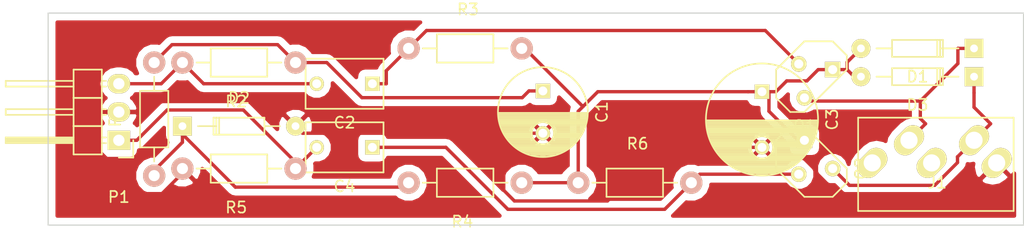
<source format=kicad_pcb>
(kicad_pcb (version 4) (host pcbnew "(after 2015-mar-04 BZR unknown)-product")

  (general
    (links 28)
    (no_connects 0)
    (area 151.714999 99.009999 239.445001 118.160001)
    (thickness 1.6)
    (drawings 4)
    (tracks 103)
    (zones 0)
    (modules 17)
    (nets 11)
  )

  (page A4)
  (layers
    (0 F.Cu signal)
    (31 B.Cu signal hide)
    (33 F.Adhes user hide)
    (35 F.Paste user hide)
    (37 F.SilkS user)
    (39 F.Mask user hide)
    (40 Dwgs.User user hide)
    (41 Cmts.User user hide)
    (42 Eco1.User user hide)
    (43 Eco2.User user hide)
    (44 Edge.Cuts user)
    (45 Margin user hide)
    (47 F.CrtYd user hide)
    (49 F.Fab user hide)
  )

  (setup
    (last_trace_width 0.3)
    (user_trace_width 0.25)
    (user_trace_width 0.5)
    (user_trace_width 0.75)
    (trace_clearance 0.45)
    (zone_clearance 0.608)
    (zone_45_only no)
    (trace_min 0.3)
    (segment_width 0.2)
    (edge_width 0.1)
    (via_size 0.6)
    (via_drill 0.4)
    (via_min_size 0.4)
    (via_min_drill 0.3)
    (uvia_size 0.3)
    (uvia_drill 0.1)
    (uvias_allowed no)
    (uvia_min_size 0.2)
    (uvia_min_drill 0.1)
    (pcb_text_width 0.3)
    (pcb_text_size 1.5 1.5)
    (mod_edge_width 0.15)
    (mod_text_size 1 1)
    (mod_text_width 0.15)
    (pad_size 1.5 1.5)
    (pad_drill 0.6)
    (pad_to_mask_clearance 0)
    (aux_axis_origin 0 0)
    (visible_elements FFFFFF1F)
    (pcbplotparams
      (layerselection 0x01000_00000001)
      (usegerberextensions false)
      (excludeedgelayer true)
      (linewidth 0.100000)
      (plotframeref false)
      (viasonmask false)
      (mode 1)
      (useauxorigin false)
      (hpglpennumber 1)
      (hpglpenspeed 20)
      (hpglpendiameter 15)
      (hpglpenoverlay 2)
      (psnegative false)
      (psa4output false)
      (plotreference true)
      (plotvalue true)
      (plotinvisibletext false)
      (padsonsilk false)
      (subtractmaskfromsilk false)
      (outputformat 1)
      (mirror false)
      (drillshape 0)
      (scaleselection 1)
      (outputdirectory ""))
  )

  (net 0 "")
  (net 1 "Net-(C1-Pad1)")
  (net 2 "Net-(C2-Pad1)")
  (net 3 CDRN)
  (net 4 "Net-(C3-Pad1)")
  (net 5 "Net-(C4-Pad1)")
  (net 6 CSRC)
  (net 7 XLR3)
  (net 8 "Net-(D2-Pad2)")
  (net 9 XLR2)
  (net 10 CGND)

  (net_class Default "This is the default net class."
    (clearance 0.45)
    (trace_width 0.3)
    (via_dia 0.6)
    (via_drill 0.4)
    (uvia_dia 0.3)
    (uvia_drill 0.1)
    (add_net CDRN)
    (add_net CGND)
    (add_net CSRC)
    (add_net "Net-(C1-Pad1)")
    (add_net "Net-(C2-Pad1)")
    (add_net "Net-(C3-Pad1)")
    (add_net "Net-(C4-Pad1)")
    (add_net "Net-(D2-Pad2)")
    (add_net XLR2)
    (add_net XLR3)
  )

  (net_class Medium ""
    (clearance 0.4)
    (trace_width 0.5)
    (via_dia 0.6)
    (via_drill 0.4)
    (uvia_dia 0.3)
    (uvia_drill 0.1)
  )

  (module Discret:TO92 (layer F.Cu) (tedit 0) (tstamp 57167CF5)
    (at 220.98 111.76 90)
    (descr "Transistor TO92 brochage type BC237")
    (tags "TR TO92")
    (path /57166F96)
    (fp_text reference Q2 (at -1.27 3.81 90) (layer F.SilkS)
      (effects (font (size 1 1) (thickness 0.15)))
    )
    (fp_text value BC559 (at -1.27 -5.08 90) (layer F.Fab)
      (effects (font (size 1 1) (thickness 0.15)))
    )
    (fp_line (start -1.27 2.54) (end 2.54 -1.27) (layer F.SilkS) (width 0.15))
    (fp_line (start 2.54 -1.27) (end 2.54 -2.54) (layer F.SilkS) (width 0.15))
    (fp_line (start 2.54 -2.54) (end 1.27 -3.81) (layer F.SilkS) (width 0.15))
    (fp_line (start 1.27 -3.81) (end -1.27 -3.81) (layer F.SilkS) (width 0.15))
    (fp_line (start -1.27 -3.81) (end -3.81 -1.27) (layer F.SilkS) (width 0.15))
    (fp_line (start -3.81 -1.27) (end -3.81 1.27) (layer F.SilkS) (width 0.15))
    (fp_line (start -3.81 1.27) (end -2.54 2.54) (layer F.SilkS) (width 0.15))
    (fp_line (start -2.54 2.54) (end -1.27 2.54) (layer F.SilkS) (width 0.15))
    (pad 1 thru_hole rect (at 1.27 -1.27 90) (size 1.397 1.397) (drill 0.8128) (layers *.Cu *.Mask F.SilkS)
      (net 4 "Net-(C3-Pad1)"))
    (pad 2 thru_hole circle (at -1.778 -1.778 90) (size 1.397 1.397) (drill 0.8128) (layers *.Cu *.Mask F.SilkS)
      (net 5 "Net-(C4-Pad1)"))
    (pad 3 thru_hole circle (at -1.27 1.27 90) (size 1.397 1.397) (drill 0.8128) (layers *.Cu *.Mask F.SilkS)
      (net 9 XLR2))
    (model Discret.3dshapes/TO92.wrl
      (at (xyz 0 0 0))
      (scale (xyz 1 1 1))
      (rotate (xyz 0 0 0))
    )
  )

  (module Discret:TO92 (layer F.Cu) (tedit 5759057A) (tstamp 57167CEE)
    (at 220.98 105.41)
    (descr "Transistor TO92 brochage type BC237")
    (tags "TR TO92")
    (path /57166EFF)
    (fp_text reference Q1 (at -1.27 3.81) (layer F.SilkS)
      (effects (font (size 1 1) (thickness 0.15)))
    )
    (fp_text value BC559 (at -1.27 -5.08) (layer F.Fab)
      (effects (font (size 1 1) (thickness 0.15)))
    )
    (fp_line (start -1.27 2.54) (end 2.54 -1.27) (layer F.SilkS) (width 0.15))
    (fp_line (start 2.54 -1.27) (end 2.54 -2.54) (layer F.SilkS) (width 0.15))
    (fp_line (start 2.54 -2.54) (end 1.27 -3.81) (layer F.SilkS) (width 0.15))
    (fp_line (start 1.27 -3.81) (end -1.27 -3.81) (layer F.SilkS) (width 0.15))
    (fp_line (start -1.27 -3.81) (end -3.81 -1.27) (layer F.SilkS) (width 0.15))
    (fp_line (start -3.81 -1.27) (end -3.81 1.27) (layer F.SilkS) (width 0.15))
    (fp_line (start -3.81 1.27) (end -2.54 2.54) (layer F.SilkS) (width 0.15))
    (fp_line (start -2.54 2.54) (end -1.27 2.54) (layer F.SilkS) (width 0.15))
    (pad 1 thru_hole rect (at 1.27 -1.27) (size 1.397 1.397) (drill 0.8128) (layers *.Cu *.Mask F.SilkS)
      (net 4 "Net-(C3-Pad1)"))
    (pad 2 thru_hole circle (at -1.778 -1.778) (size 1.397 1.397) (drill 0.8128) (layers *.Cu *.Mask F.SilkS)
      (net 2 "Net-(C2-Pad1)"))
    (pad 3 thru_hole circle (at -1.27 1.27) (size 1.397 1.397) (drill 0.8128) (layers *.Cu *.Mask F.SilkS)
      (net 7 XLR3))
    (model Discret.3dshapes/TO92.wrl
      (at (xyz 0 0 0))
      (scale (xyz 1 1 1))
      (rotate (xyz 0 0 0))
    )
  )

  (module Capacitors_ThroughHole:C_Rect_L7_W4.5_P5 (layer F.Cu) (tedit 0) (tstamp 57167CC9)
    (at 180.895 105.41 180)
    (descr "Film Capacitor Length 7mm x Width 4.5mm, Pitch 5mm")
    (tags Capacitor)
    (path /5716776E)
    (fp_text reference C2 (at 2.5 -3.5 180) (layer F.SilkS)
      (effects (font (size 1 1) (thickness 0.15)))
    )
    (fp_text value 100nF (at 2.5 3.5 180) (layer F.Fab)
      (effects (font (size 1 1) (thickness 0.15)))
    )
    (fp_line (start -1.25 -2.5) (end 6.25 -2.5) (layer F.CrtYd) (width 0.05))
    (fp_line (start 6.25 -2.5) (end 6.25 2.5) (layer F.CrtYd) (width 0.05))
    (fp_line (start 6.25 2.5) (end -1.25 2.5) (layer F.CrtYd) (width 0.05))
    (fp_line (start -1.25 2.5) (end -1.25 -2.5) (layer F.CrtYd) (width 0.05))
    (fp_line (start -1 -2.25) (end 6 -2.25) (layer F.SilkS) (width 0.15))
    (fp_line (start 6 -2.25) (end 6 2.25) (layer F.SilkS) (width 0.15))
    (fp_line (start 6 2.25) (end -1 2.25) (layer F.SilkS) (width 0.15))
    (fp_line (start -1 2.25) (end -1 -2.25) (layer F.SilkS) (width 0.15))
    (pad 1 thru_hole rect (at 0 0 180) (size 1.3 1.3) (drill 0.8) (layers *.Cu *.Mask F.SilkS)
      (net 2 "Net-(C2-Pad1)"))
    (pad 2 thru_hole circle (at 5 0 180) (size 1.3 1.3) (drill 0.8) (layers *.Cu *.Mask F.SilkS)
      (net 3 CDRN))
    (model Capacitors_ThroughHole.3dshapes/C_Rect_L7_W4.5_P5.wrl
      (at (xyz 0.098425 0 0))
      (scale (xyz 1 1 1))
      (rotate (xyz 0 0 0))
    )
  )

  (module Resistors_ThroughHole:Resistor_Horizontal_RM10mm (layer F.Cu) (tedit 53F56209) (tstamp 57167D19)
    (at 204.47 114.3)
    (descr "Resistor, Axial,  RM 10mm, 1/3W,")
    (tags "Resistor, Axial, RM 10mm, 1/3W,")
    (path /570D7D4E)
    (fp_text reference R6 (at 0.24892 -3.50012) (layer F.SilkS)
      (effects (font (size 1 1) (thickness 0.15)))
    )
    (fp_text value 150K (at 3.81 3.81) (layer F.Fab)
      (effects (font (size 1 1) (thickness 0.15)))
    )
    (fp_line (start -2.54 -1.27) (end 2.54 -1.27) (layer F.SilkS) (width 0.15))
    (fp_line (start 2.54 -1.27) (end 2.54 1.27) (layer F.SilkS) (width 0.15))
    (fp_line (start 2.54 1.27) (end -2.54 1.27) (layer F.SilkS) (width 0.15))
    (fp_line (start -2.54 1.27) (end -2.54 -1.27) (layer F.SilkS) (width 0.15))
    (fp_line (start -2.54 0) (end -3.81 0) (layer F.SilkS) (width 0.15))
    (fp_line (start 2.54 0) (end 3.81 0) (layer F.SilkS) (width 0.15))
    (pad 1 thru_hole circle (at -5.08 0) (size 1.99898 1.99898) (drill 1.00076) (layers *.Cu *.SilkS *.Mask)
      (net 4 "Net-(C3-Pad1)"))
    (pad 2 thru_hole circle (at 5.08 0) (size 1.99898 1.99898) (drill 1.00076) (layers *.Cu *.SilkS *.Mask)
      (net 5 "Net-(C4-Pad1)"))
    (model Resistors_ThroughHole.3dshapes/Resistor_Horizontal_RM10mm.wrl
      (at (xyz 0 0 0))
      (scale (xyz 0.4 0.4 0.4))
      (rotate (xyz 0 0 0))
    )
  )

  (module Resistors_ThroughHole:Resistor_Horizontal_RM10mm (layer F.Cu) (tedit 53F56209) (tstamp 57167D07)
    (at 189.23 102.235)
    (descr "Resistor, Axial,  RM 10mm, 1/3W,")
    (tags "Resistor, Axial, RM 10mm, 1/3W,")
    (path /570D7DC6)
    (fp_text reference R3 (at 0.24892 -3.50012) (layer F.SilkS)
      (effects (font (size 1 1) (thickness 0.15)))
    )
    (fp_text value 150K (at 3.81 3.81) (layer F.Fab)
      (effects (font (size 1 1) (thickness 0.15)))
    )
    (fp_line (start -2.54 -1.27) (end 2.54 -1.27) (layer F.SilkS) (width 0.15))
    (fp_line (start 2.54 -1.27) (end 2.54 1.27) (layer F.SilkS) (width 0.15))
    (fp_line (start 2.54 1.27) (end -2.54 1.27) (layer F.SilkS) (width 0.15))
    (fp_line (start -2.54 1.27) (end -2.54 -1.27) (layer F.SilkS) (width 0.15))
    (fp_line (start -2.54 0) (end -3.81 0) (layer F.SilkS) (width 0.15))
    (fp_line (start 2.54 0) (end 3.81 0) (layer F.SilkS) (width 0.15))
    (pad 1 thru_hole circle (at -5.08 0) (size 1.99898 1.99898) (drill 1.00076) (layers *.Cu *.SilkS *.Mask)
      (net 2 "Net-(C2-Pad1)"))
    (pad 2 thru_hole circle (at 5.08 0) (size 1.99898 1.99898) (drill 1.00076) (layers *.Cu *.SilkS *.Mask)
      (net 4 "Net-(C3-Pad1)"))
    (model Resistors_ThroughHole.3dshapes/Resistor_Horizontal_RM10mm.wrl
      (at (xyz 0 0 0))
      (scale (xyz 0.4 0.4 0.4))
      (rotate (xyz 0 0 0))
    )
  )

  (module Resistors_ThroughHole:Resistor_Horizontal_RM10mm (layer F.Cu) (tedit 53F56209) (tstamp 57167D0D)
    (at 189.23 114.3 180)
    (descr "Resistor, Axial,  RM 10mm, 1/3W,")
    (tags "Resistor, Axial, RM 10mm, 1/3W,")
    (path /571678FC)
    (fp_text reference R4 (at 0.24892 -3.50012 180) (layer F.SilkS)
      (effects (font (size 1 1) (thickness 0.15)))
    )
    (fp_text value 5.1K (at 3.81 3.81 180) (layer F.Fab)
      (effects (font (size 1 1) (thickness 0.15)))
    )
    (fp_line (start -2.54 -1.27) (end 2.54 -1.27) (layer F.SilkS) (width 0.15))
    (fp_line (start 2.54 -1.27) (end 2.54 1.27) (layer F.SilkS) (width 0.15))
    (fp_line (start 2.54 1.27) (end -2.54 1.27) (layer F.SilkS) (width 0.15))
    (fp_line (start -2.54 1.27) (end -2.54 -1.27) (layer F.SilkS) (width 0.15))
    (fp_line (start -2.54 0) (end -3.81 0) (layer F.SilkS) (width 0.15))
    (fp_line (start 2.54 0) (end 3.81 0) (layer F.SilkS) (width 0.15))
    (pad 1 thru_hole circle (at -5.08 0 180) (size 1.99898 1.99898) (drill 1.00076) (layers *.Cu *.SilkS *.Mask)
      (net 4 "Net-(C3-Pad1)"))
    (pad 2 thru_hole circle (at 5.08 0 180) (size 1.99898 1.99898) (drill 1.00076) (layers *.Cu *.SilkS *.Mask)
      (net 8 "Net-(D2-Pad2)"))
    (model Resistors_ThroughHole.3dshapes/Resistor_Horizontal_RM10mm.wrl
      (at (xyz 0 0 0))
      (scale (xyz 0.4 0.4 0.4))
      (rotate (xyz 0 0 0))
    )
  )

  (module Diodes_ThroughHole:Diode_DO-35_SOD27_Horizontal_RM10 (layer F.Cu) (tedit 0) (tstamp 57167CE1)
    (at 168.91 109.22 180)
    (descr "Diode, DO-35,  SOD27, Horizontal, RM 10mm")
    (tags "Diode, DO-35, SOD27, Horizontal, RM 10mm, 1N4148,")
    (path /5716796F)
    (fp_text reference D2 (at 0 2.54 180) (layer F.SilkS)
      (effects (font (size 1 1) (thickness 0.15)))
    )
    (fp_text value 10V (at -1.016 -3.556 180) (layer F.Fab)
      (effects (font (size 1 1) (thickness 0.15)))
    )
    (fp_line (start -2.286 0) (end -3.683 0) (layer F.SilkS) (width 0.15))
    (fp_line (start 2.159 0) (end 3.683 0) (layer F.SilkS) (width 0.15))
    (fp_line (start 1.778 -0.762) (end 1.778 0.762) (layer F.SilkS) (width 0.15))
    (fp_line (start 2.032 -0.762) (end 2.032 0.762) (layer F.SilkS) (width 0.15))
    (fp_line (start 2.286 0) (end 2.286 0.762) (layer F.SilkS) (width 0.15))
    (fp_line (start 2.286 0.762) (end -2.286 0.762) (layer F.SilkS) (width 0.15))
    (fp_line (start -2.286 0.762) (end -2.286 -0.762) (layer F.SilkS) (width 0.15))
    (fp_line (start -2.286 -0.762) (end 2.286 -0.762) (layer F.SilkS) (width 0.15))
    (fp_line (start 2.286 -0.762) (end 2.286 0) (layer F.SilkS) (width 0.15))
    (pad 1 thru_hole circle (at -5.08 0 180) (size 1.69926 1.69926) (drill 0.70104) (layers *.Cu *.Mask F.SilkS)
      (net 10 CGND))
    (pad 2 thru_hole rect (at 5.08 0 180) (size 1.69926 1.69926) (drill 0.70104) (layers *.Cu *.Mask F.SilkS)
      (net 8 "Net-(D2-Pad2)"))
    (model Diodes_ThroughHole.3dshapes/Diode_DO-35_SOD27_Horizontal_RM10.wrl
      (at (xyz 0 0 0))
      (scale (xyz 0.4 0.4 0.4))
      (rotate (xyz 0 0 0))
    )
  )

  (module Capacitors_ThroughHole:C_Rect_L7_W4.5_P5 (layer F.Cu) (tedit 0) (tstamp 57167CD5)
    (at 180.895 111.125 180)
    (descr "Film Capacitor Length 7mm x Width 4.5mm, Pitch 5mm")
    (tags Capacitor)
    (path /571677BE)
    (fp_text reference C4 (at 2.5 -3.5 180) (layer F.SilkS)
      (effects (font (size 1 1) (thickness 0.15)))
    )
    (fp_text value 100nF (at 2.5 3.5 180) (layer F.Fab)
      (effects (font (size 1 1) (thickness 0.15)))
    )
    (fp_line (start -1.25 -2.5) (end 6.25 -2.5) (layer F.CrtYd) (width 0.05))
    (fp_line (start 6.25 -2.5) (end 6.25 2.5) (layer F.CrtYd) (width 0.05))
    (fp_line (start 6.25 2.5) (end -1.25 2.5) (layer F.CrtYd) (width 0.05))
    (fp_line (start -1.25 2.5) (end -1.25 -2.5) (layer F.CrtYd) (width 0.05))
    (fp_line (start -1 -2.25) (end 6 -2.25) (layer F.SilkS) (width 0.15))
    (fp_line (start 6 -2.25) (end 6 2.25) (layer F.SilkS) (width 0.15))
    (fp_line (start 6 2.25) (end -1 2.25) (layer F.SilkS) (width 0.15))
    (fp_line (start -1 2.25) (end -1 -2.25) (layer F.SilkS) (width 0.15))
    (pad 1 thru_hole rect (at 0 0 180) (size 1.3 1.3) (drill 0.8) (layers *.Cu *.Mask F.SilkS)
      (net 5 "Net-(C4-Pad1)"))
    (pad 2 thru_hole circle (at 5 0 180) (size 1.3 1.3) (drill 0.8) (layers *.Cu *.Mask F.SilkS)
      (net 6 CSRC))
    (model Capacitors_ThroughHole.3dshapes/C_Rect_L7_W4.5_P5.wrl
      (at (xyz 0.098425 0 0))
      (scale (xyz 1 1 1))
      (rotate (xyz 0 0 0))
    )
  )

  (module Resistors_ThroughHole:Resistor_Horizontal_RM10mm (layer F.Cu) (tedit 53F56209) (tstamp 57167D13)
    (at 168.91 113.03 180)
    (descr "Resistor, Axial,  RM 10mm, 1/3W,")
    (tags "Resistor, Axial, RM 10mm, 1/3W,")
    (path /57167AE5)
    (fp_text reference R5 (at 0.24892 -3.50012 180) (layer F.SilkS)
      (effects (font (size 1 1) (thickness 0.15)))
    )
    (fp_text value 4.7K (at 3.81 3.81 180) (layer F.Fab)
      (effects (font (size 1 1) (thickness 0.15)))
    )
    (fp_line (start -2.54 -1.27) (end 2.54 -1.27) (layer F.SilkS) (width 0.15))
    (fp_line (start 2.54 -1.27) (end 2.54 1.27) (layer F.SilkS) (width 0.15))
    (fp_line (start 2.54 1.27) (end -2.54 1.27) (layer F.SilkS) (width 0.15))
    (fp_line (start -2.54 1.27) (end -2.54 -1.27) (layer F.SilkS) (width 0.15))
    (fp_line (start -2.54 0) (end -3.81 0) (layer F.SilkS) (width 0.15))
    (fp_line (start 2.54 0) (end 3.81 0) (layer F.SilkS) (width 0.15))
    (pad 1 thru_hole circle (at -5.08 0 180) (size 1.99898 1.99898) (drill 1.00076) (layers *.Cu *.SilkS *.Mask)
      (net 6 CSRC))
    (pad 2 thru_hole circle (at 5.08 0 180) (size 1.99898 1.99898) (drill 1.00076) (layers *.Cu *.SilkS *.Mask)
      (net 10 CGND))
    (model Resistors_ThroughHole.3dshapes/Resistor_Horizontal_RM10mm.wrl
      (at (xyz 0 0 0))
      (scale (xyz 0.4 0.4 0.4))
      (rotate (xyz 0 0 0))
    )
  )

  (module Resistors_ThroughHole:Resistor_Horizontal_RM10mm (layer F.Cu) (tedit 53F56209) (tstamp 57167CFB)
    (at 161.29 108.585 90)
    (descr "Resistor, Axial,  RM 10mm, 1/3W,")
    (tags "Resistor, Axial, RM 10mm, 1/3W,")
    (path /57168127)
    (fp_text reference R1 (at 0.24892 -3.50012 90) (layer F.SilkS)
      (effects (font (size 1 1) (thickness 0.15)))
    )
    (fp_text value 470 (at 3.81 3.81 90) (layer F.Fab)
      (effects (font (size 1 1) (thickness 0.15)))
    )
    (fp_line (start -2.54 -1.27) (end 2.54 -1.27) (layer F.SilkS) (width 0.15))
    (fp_line (start 2.54 -1.27) (end 2.54 1.27) (layer F.SilkS) (width 0.15))
    (fp_line (start 2.54 1.27) (end -2.54 1.27) (layer F.SilkS) (width 0.15))
    (fp_line (start -2.54 1.27) (end -2.54 -1.27) (layer F.SilkS) (width 0.15))
    (fp_line (start -2.54 0) (end -3.81 0) (layer F.SilkS) (width 0.15))
    (fp_line (start 2.54 0) (end 3.81 0) (layer F.SilkS) (width 0.15))
    (pad 1 thru_hole circle (at -5.08 0 90) (size 1.99898 1.99898) (drill 1.00076) (layers *.Cu *.SilkS *.Mask)
      (net 8 "Net-(D2-Pad2)"))
    (pad 2 thru_hole circle (at 5.08 0 90) (size 1.99898 1.99898) (drill 1.00076) (layers *.Cu *.SilkS *.Mask)
      (net 1 "Net-(C1-Pad1)"))
    (model Resistors_ThroughHole.3dshapes/Resistor_Horizontal_RM10mm.wrl
      (at (xyz 0 0 0))
      (scale (xyz 0.4 0.4 0.4))
      (rotate (xyz 0 0 0))
    )
  )

  (module Resistors_ThroughHole:Resistor_Horizontal_RM10mm (layer F.Cu) (tedit 53F56209) (tstamp 57167D01)
    (at 168.91 103.505 180)
    (descr "Resistor, Axial,  RM 10mm, 1/3W,")
    (tags "Resistor, Axial, RM 10mm, 1/3W,")
    (path /571680A3)
    (fp_text reference R2 (at 0.24892 -3.50012 180) (layer F.SilkS)
      (effects (font (size 1 1) (thickness 0.15)))
    )
    (fp_text value 4.7K (at 3.81 3.81 180) (layer F.Fab)
      (effects (font (size 1 1) (thickness 0.15)))
    )
    (fp_line (start -2.54 -1.27) (end 2.54 -1.27) (layer F.SilkS) (width 0.15))
    (fp_line (start 2.54 -1.27) (end 2.54 1.27) (layer F.SilkS) (width 0.15))
    (fp_line (start 2.54 1.27) (end -2.54 1.27) (layer F.SilkS) (width 0.15))
    (fp_line (start -2.54 1.27) (end -2.54 -1.27) (layer F.SilkS) (width 0.15))
    (fp_line (start -2.54 0) (end -3.81 0) (layer F.SilkS) (width 0.15))
    (fp_line (start 2.54 0) (end 3.81 0) (layer F.SilkS) (width 0.15))
    (pad 1 thru_hole circle (at -5.08 0 180) (size 1.99898 1.99898) (drill 1.00076) (layers *.Cu *.SilkS *.Mask)
      (net 1 "Net-(C1-Pad1)"))
    (pad 2 thru_hole circle (at 5.08 0 180) (size 1.99898 1.99898) (drill 1.00076) (layers *.Cu *.SilkS *.Mask)
      (net 3 CDRN))
    (model Resistors_ThroughHole.3dshapes/Resistor_Horizontal_RM10mm.wrl
      (at (xyz 0 0 0))
      (scale (xyz 0.4 0.4 0.4))
      (rotate (xyz 0 0 0))
    )
  )

  (module Diodes_ThroughHole:Diode_DO-35_SOD27_Horizontal_RM10 (layer F.Cu) (tedit 0) (tstamp 57167CE7)
    (at 229.87 104.775)
    (descr "Diode, DO-35,  SOD27, Horizontal, RM 10mm")
    (tags "Diode, DO-35, SOD27, Horizontal, RM 10mm, 1N4148,")
    (path /571673BC)
    (fp_text reference D3 (at 0 2.54) (layer F.SilkS)
      (effects (font (size 1 1) (thickness 0.15)))
    )
    (fp_text value 6.2V (at -1.016 -3.556) (layer F.Fab)
      (effects (font (size 1 1) (thickness 0.15)))
    )
    (fp_line (start -2.286 0) (end -3.683 0) (layer F.SilkS) (width 0.15))
    (fp_line (start 2.159 0) (end 3.683 0) (layer F.SilkS) (width 0.15))
    (fp_line (start 1.778 -0.762) (end 1.778 0.762) (layer F.SilkS) (width 0.15))
    (fp_line (start 2.032 -0.762) (end 2.032 0.762) (layer F.SilkS) (width 0.15))
    (fp_line (start 2.286 0) (end 2.286 0.762) (layer F.SilkS) (width 0.15))
    (fp_line (start 2.286 0.762) (end -2.286 0.762) (layer F.SilkS) (width 0.15))
    (fp_line (start -2.286 0.762) (end -2.286 -0.762) (layer F.SilkS) (width 0.15))
    (fp_line (start -2.286 -0.762) (end 2.286 -0.762) (layer F.SilkS) (width 0.15))
    (fp_line (start 2.286 -0.762) (end 2.286 0) (layer F.SilkS) (width 0.15))
    (pad 1 thru_hole circle (at -5.08 0) (size 1.69926 1.69926) (drill 0.70104) (layers *.Cu *.Mask F.SilkS)
      (net 4 "Net-(C3-Pad1)"))
    (pad 2 thru_hole rect (at 5.08 0) (size 1.69926 1.69926) (drill 0.70104) (layers *.Cu *.Mask F.SilkS)
      (net 9 XLR2))
    (model Diodes_ThroughHole.3dshapes/Diode_DO-35_SOD27_Horizontal_RM10.wrl
      (at (xyz 0 0 0))
      (scale (xyz 0.4 0.4 0.4))
      (rotate (xyz 0 0 0))
    )
  )

  (module Diodes_ThroughHole:Diode_DO-35_SOD27_Horizontal_RM10 (layer F.Cu) (tedit 0) (tstamp 57167CDB)
    (at 229.87 102.235)
    (descr "Diode, DO-35,  SOD27, Horizontal, RM 10mm")
    (tags "Diode, DO-35, SOD27, Horizontal, RM 10mm, 1N4148,")
    (path /5716709C)
    (fp_text reference D1 (at 0 2.54) (layer F.SilkS)
      (effects (font (size 1 1) (thickness 0.15)))
    )
    (fp_text value 6.2V (at -1.016 -3.556) (layer F.Fab)
      (effects (font (size 1 1) (thickness 0.15)))
    )
    (fp_line (start -2.286 0) (end -3.683 0) (layer F.SilkS) (width 0.15))
    (fp_line (start 2.159 0) (end 3.683 0) (layer F.SilkS) (width 0.15))
    (fp_line (start 1.778 -0.762) (end 1.778 0.762) (layer F.SilkS) (width 0.15))
    (fp_line (start 2.032 -0.762) (end 2.032 0.762) (layer F.SilkS) (width 0.15))
    (fp_line (start 2.286 0) (end 2.286 0.762) (layer F.SilkS) (width 0.15))
    (fp_line (start 2.286 0.762) (end -2.286 0.762) (layer F.SilkS) (width 0.15))
    (fp_line (start -2.286 0.762) (end -2.286 -0.762) (layer F.SilkS) (width 0.15))
    (fp_line (start -2.286 -0.762) (end 2.286 -0.762) (layer F.SilkS) (width 0.15))
    (fp_line (start 2.286 -0.762) (end 2.286 0) (layer F.SilkS) (width 0.15))
    (pad 1 thru_hole circle (at -5.08 0) (size 1.69926 1.69926) (drill 0.70104) (layers *.Cu *.Mask F.SilkS)
      (net 4 "Net-(C3-Pad1)"))
    (pad 2 thru_hole rect (at 5.08 0) (size 1.69926 1.69926) (drill 0.70104) (layers *.Cu *.Mask F.SilkS)
      (net 7 XLR3))
    (model Diodes_ThroughHole.3dshapes/Diode_DO-35_SOD27_Horizontal_RM10.wrl
      (at (xyz 0 0 0))
      (scale (xyz 0.4 0.4 0.4))
      (rotate (xyz 0 0 0))
    )
  )

  (module Pin_Headers:Pin_Header_Angled_1x03 (layer F.Cu) (tedit 0) (tstamp 57168F16)
    (at 158.115 110.49 180)
    (descr "Through hole pin header")
    (tags "pin header")
    (path /57168EF3)
    (fp_text reference P1 (at 0 -5.1 180) (layer F.SilkS)
      (effects (font (size 1 1) (thickness 0.15)))
    )
    (fp_text value CONN_01X03 (at 0 -3.1 180) (layer F.Fab)
      (effects (font (size 1 1) (thickness 0.15)))
    )
    (fp_line (start -1.5 -1.75) (end -1.5 6.85) (layer F.CrtYd) (width 0.05))
    (fp_line (start 10.65 -1.75) (end 10.65 6.85) (layer F.CrtYd) (width 0.05))
    (fp_line (start -1.5 -1.75) (end 10.65 -1.75) (layer F.CrtYd) (width 0.05))
    (fp_line (start -1.5 6.85) (end 10.65 6.85) (layer F.CrtYd) (width 0.05))
    (fp_line (start -1.3 -1.55) (end -1.3 0) (layer F.SilkS) (width 0.15))
    (fp_line (start 0 -1.55) (end -1.3 -1.55) (layer F.SilkS) (width 0.15))
    (fp_line (start 4.191 -0.127) (end 10.033 -0.127) (layer F.SilkS) (width 0.15))
    (fp_line (start 10.033 -0.127) (end 10.033 0.127) (layer F.SilkS) (width 0.15))
    (fp_line (start 10.033 0.127) (end 4.191 0.127) (layer F.SilkS) (width 0.15))
    (fp_line (start 4.191 0.127) (end 4.191 0) (layer F.SilkS) (width 0.15))
    (fp_line (start 4.191 0) (end 10.033 0) (layer F.SilkS) (width 0.15))
    (fp_line (start 1.524 -0.254) (end 1.143 -0.254) (layer F.SilkS) (width 0.15))
    (fp_line (start 1.524 0.254) (end 1.143 0.254) (layer F.SilkS) (width 0.15))
    (fp_line (start 1.524 2.286) (end 1.143 2.286) (layer F.SilkS) (width 0.15))
    (fp_line (start 1.524 2.794) (end 1.143 2.794) (layer F.SilkS) (width 0.15))
    (fp_line (start 1.524 4.826) (end 1.143 4.826) (layer F.SilkS) (width 0.15))
    (fp_line (start 1.524 5.334) (end 1.143 5.334) (layer F.SilkS) (width 0.15))
    (fp_line (start 4.064 1.27) (end 4.064 -1.27) (layer F.SilkS) (width 0.15))
    (fp_line (start 10.16 0.254) (end 4.064 0.254) (layer F.SilkS) (width 0.15))
    (fp_line (start 10.16 -0.254) (end 10.16 0.254) (layer F.SilkS) (width 0.15))
    (fp_line (start 4.064 -0.254) (end 10.16 -0.254) (layer F.SilkS) (width 0.15))
    (fp_line (start 1.524 1.27) (end 4.064 1.27) (layer F.SilkS) (width 0.15))
    (fp_line (start 1.524 -1.27) (end 1.524 1.27) (layer F.SilkS) (width 0.15))
    (fp_line (start 1.524 -1.27) (end 4.064 -1.27) (layer F.SilkS) (width 0.15))
    (fp_line (start 1.524 3.81) (end 4.064 3.81) (layer F.SilkS) (width 0.15))
    (fp_line (start 1.524 3.81) (end 1.524 6.35) (layer F.SilkS) (width 0.15))
    (fp_line (start 4.064 4.826) (end 10.16 4.826) (layer F.SilkS) (width 0.15))
    (fp_line (start 10.16 4.826) (end 10.16 5.334) (layer F.SilkS) (width 0.15))
    (fp_line (start 10.16 5.334) (end 4.064 5.334) (layer F.SilkS) (width 0.15))
    (fp_line (start 4.064 6.35) (end 4.064 3.81) (layer F.SilkS) (width 0.15))
    (fp_line (start 4.064 3.81) (end 4.064 1.27) (layer F.SilkS) (width 0.15))
    (fp_line (start 10.16 2.794) (end 4.064 2.794) (layer F.SilkS) (width 0.15))
    (fp_line (start 10.16 2.286) (end 10.16 2.794) (layer F.SilkS) (width 0.15))
    (fp_line (start 4.064 2.286) (end 10.16 2.286) (layer F.SilkS) (width 0.15))
    (fp_line (start 1.524 3.81) (end 4.064 3.81) (layer F.SilkS) (width 0.15))
    (fp_line (start 1.524 1.27) (end 1.524 3.81) (layer F.SilkS) (width 0.15))
    (fp_line (start 1.524 1.27) (end 4.064 1.27) (layer F.SilkS) (width 0.15))
    (fp_line (start 1.524 6.35) (end 4.064 6.35) (layer F.SilkS) (width 0.15))
    (pad 1 thru_hole rect (at 0 0 180) (size 2.032 1.7272) (drill 1.016) (layers *.Cu *.Mask F.SilkS)
      (net 6 CSRC))
    (pad 2 thru_hole oval (at 0 2.54 180) (size 2.032 1.7272) (drill 1.016) (layers *.Cu *.Mask F.SilkS)
      (net 10 CGND))
    (pad 3 thru_hole oval (at 0 5.08 180) (size 2.032 1.7272) (drill 1.016) (layers *.Cu *.Mask F.SilkS)
      (net 3 CDRN))
    (model Pin_Headers.3dshapes/Pin_Header_Angled_1x03.wrl
      (at (xyz 0 -0.1 0))
      (scale (xyz 1 1 1))
      (rotate (xyz 0 0 90))
    )
  )

  (module Capacitors_ThroughHole:C_Radial_D10_L16_P5 (layer F.Cu) (tedit 0) (tstamp 57167CCF)
    (at 215.9 106.125 270)
    (descr "Radial Electrolytic Capacitor 10mm x Length 16mm, Pitch 5mm")
    (tags "Electrolytic Capacitor")
    (path /57167515)
    (fp_text reference C3 (at 2.5 -6.3 270) (layer F.SilkS)
      (effects (font (size 1 1) (thickness 0.15)))
    )
    (fp_text value 47uF (at 2.5 6.3 270) (layer F.Fab)
      (effects (font (size 1 1) (thickness 0.15)))
    )
    (fp_line (start 2.575 -4.999) (end 2.575 4.999) (layer F.SilkS) (width 0.15))
    (fp_line (start 2.715 -4.995) (end 2.715 4.995) (layer F.SilkS) (width 0.15))
    (fp_line (start 2.855 -4.987) (end 2.855 4.987) (layer F.SilkS) (width 0.15))
    (fp_line (start 2.995 -4.975) (end 2.995 4.975) (layer F.SilkS) (width 0.15))
    (fp_line (start 3.135 -4.96) (end 3.135 4.96) (layer F.SilkS) (width 0.15))
    (fp_line (start 3.275 -4.94) (end 3.275 4.94) (layer F.SilkS) (width 0.15))
    (fp_line (start 3.415 -4.916) (end 3.415 4.916) (layer F.SilkS) (width 0.15))
    (fp_line (start 3.555 -4.887) (end 3.555 4.887) (layer F.SilkS) (width 0.15))
    (fp_line (start 3.695 -4.855) (end 3.695 4.855) (layer F.SilkS) (width 0.15))
    (fp_line (start 3.835 -4.818) (end 3.835 4.818) (layer F.SilkS) (width 0.15))
    (fp_line (start 3.975 -4.777) (end 3.975 4.777) (layer F.SilkS) (width 0.15))
    (fp_line (start 4.115 -4.732) (end 4.115 -0.466) (layer F.SilkS) (width 0.15))
    (fp_line (start 4.115 0.466) (end 4.115 4.732) (layer F.SilkS) (width 0.15))
    (fp_line (start 4.255 -4.682) (end 4.255 -0.667) (layer F.SilkS) (width 0.15))
    (fp_line (start 4.255 0.667) (end 4.255 4.682) (layer F.SilkS) (width 0.15))
    (fp_line (start 4.395 -4.627) (end 4.395 -0.796) (layer F.SilkS) (width 0.15))
    (fp_line (start 4.395 0.796) (end 4.395 4.627) (layer F.SilkS) (width 0.15))
    (fp_line (start 4.535 -4.567) (end 4.535 -0.885) (layer F.SilkS) (width 0.15))
    (fp_line (start 4.535 0.885) (end 4.535 4.567) (layer F.SilkS) (width 0.15))
    (fp_line (start 4.675 -4.502) (end 4.675 -0.946) (layer F.SilkS) (width 0.15))
    (fp_line (start 4.675 0.946) (end 4.675 4.502) (layer F.SilkS) (width 0.15))
    (fp_line (start 4.815 -4.432) (end 4.815 -0.983) (layer F.SilkS) (width 0.15))
    (fp_line (start 4.815 0.983) (end 4.815 4.432) (layer F.SilkS) (width 0.15))
    (fp_line (start 4.955 -4.356) (end 4.955 -0.999) (layer F.SilkS) (width 0.15))
    (fp_line (start 4.955 0.999) (end 4.955 4.356) (layer F.SilkS) (width 0.15))
    (fp_line (start 5.095 -4.274) (end 5.095 -0.995) (layer F.SilkS) (width 0.15))
    (fp_line (start 5.095 0.995) (end 5.095 4.274) (layer F.SilkS) (width 0.15))
    (fp_line (start 5.235 -4.186) (end 5.235 -0.972) (layer F.SilkS) (width 0.15))
    (fp_line (start 5.235 0.972) (end 5.235 4.186) (layer F.SilkS) (width 0.15))
    (fp_line (start 5.375 -4.091) (end 5.375 -0.927) (layer F.SilkS) (width 0.15))
    (fp_line (start 5.375 0.927) (end 5.375 4.091) (layer F.SilkS) (width 0.15))
    (fp_line (start 5.515 -3.989) (end 5.515 -0.857) (layer F.SilkS) (width 0.15))
    (fp_line (start 5.515 0.857) (end 5.515 3.989) (layer F.SilkS) (width 0.15))
    (fp_line (start 5.655 -3.879) (end 5.655 -0.756) (layer F.SilkS) (width 0.15))
    (fp_line (start 5.655 0.756) (end 5.655 3.879) (layer F.SilkS) (width 0.15))
    (fp_line (start 5.795 -3.761) (end 5.795 -0.607) (layer F.SilkS) (width 0.15))
    (fp_line (start 5.795 0.607) (end 5.795 3.761) (layer F.SilkS) (width 0.15))
    (fp_line (start 5.935 -3.633) (end 5.935 -0.355) (layer F.SilkS) (width 0.15))
    (fp_line (start 5.935 0.355) (end 5.935 3.633) (layer F.SilkS) (width 0.15))
    (fp_line (start 6.075 -3.496) (end 6.075 3.496) (layer F.SilkS) (width 0.15))
    (fp_line (start 6.215 -3.346) (end 6.215 3.346) (layer F.SilkS) (width 0.15))
    (fp_line (start 6.355 -3.184) (end 6.355 3.184) (layer F.SilkS) (width 0.15))
    (fp_line (start 6.495 -3.007) (end 6.495 3.007) (layer F.SilkS) (width 0.15))
    (fp_line (start 6.635 -2.811) (end 6.635 2.811) (layer F.SilkS) (width 0.15))
    (fp_line (start 6.775 -2.593) (end 6.775 2.593) (layer F.SilkS) (width 0.15))
    (fp_line (start 6.915 -2.347) (end 6.915 2.347) (layer F.SilkS) (width 0.15))
    (fp_line (start 7.055 -2.062) (end 7.055 2.062) (layer F.SilkS) (width 0.15))
    (fp_line (start 7.195 -1.72) (end 7.195 1.72) (layer F.SilkS) (width 0.15))
    (fp_line (start 7.335 -1.274) (end 7.335 1.274) (layer F.SilkS) (width 0.15))
    (fp_line (start 7.475 -0.499) (end 7.475 0.499) (layer F.SilkS) (width 0.15))
    (fp_circle (center 5 0) (end 5 -1) (layer F.SilkS) (width 0.15))
    (fp_circle (center 2.5 0) (end 2.5 -5.0375) (layer F.SilkS) (width 0.15))
    (fp_circle (center 2.5 0) (end 2.5 -5.3) (layer F.CrtYd) (width 0.05))
    (pad 1 thru_hole rect (at 0 0 270) (size 1.3 1.3) (drill 0.8) (layers *.Cu *.Mask F.SilkS)
      (net 4 "Net-(C3-Pad1)"))
    (pad 2 thru_hole circle (at 5 0 270) (size 1.3 1.3) (drill 0.8) (layers *.Cu *.Mask F.SilkS)
      (net 10 CGND))
    (model Capacitors_ThroughHole.3dshapes/C_Radial_D10_L16_P5.wrl
      (at (xyz 0.0984252 0 0))
      (scale (xyz 1 1 1))
      (rotate (xyz 0 0 90))
    )
  )

  (module Capacitors_ThroughHole:C_Radial_D8_L13_P3.8 (layer F.Cu) (tedit 0) (tstamp 57167CC3)
    (at 196.215 106.055 270)
    (descr "Radial Electrolytic Capacitor Diameter 8mm x Length 13mm, Pitch 3.8mm")
    (tags "Electrolytic Capacitor")
    (path /5716818E)
    (fp_text reference C1 (at 1.9 -5.3 270) (layer F.SilkS)
      (effects (font (size 1 1) (thickness 0.15)))
    )
    (fp_text value 47uF (at 1.9 5.3 270) (layer F.Fab)
      (effects (font (size 1 1) (thickness 0.15)))
    )
    (fp_line (start 1.975 -3.999) (end 1.975 3.999) (layer F.SilkS) (width 0.15))
    (fp_line (start 2.115 -3.994) (end 2.115 3.994) (layer F.SilkS) (width 0.15))
    (fp_line (start 2.255 -3.984) (end 2.255 3.984) (layer F.SilkS) (width 0.15))
    (fp_line (start 2.395 -3.969) (end 2.395 3.969) (layer F.SilkS) (width 0.15))
    (fp_line (start 2.535 -3.949) (end 2.535 3.949) (layer F.SilkS) (width 0.15))
    (fp_line (start 2.675 -3.924) (end 2.675 3.924) (layer F.SilkS) (width 0.15))
    (fp_line (start 2.815 -3.894) (end 2.815 -0.173) (layer F.SilkS) (width 0.15))
    (fp_line (start 2.815 0.173) (end 2.815 3.894) (layer F.SilkS) (width 0.15))
    (fp_line (start 2.955 -3.858) (end 2.955 -0.535) (layer F.SilkS) (width 0.15))
    (fp_line (start 2.955 0.535) (end 2.955 3.858) (layer F.SilkS) (width 0.15))
    (fp_line (start 3.095 -3.817) (end 3.095 -0.709) (layer F.SilkS) (width 0.15))
    (fp_line (start 3.095 0.709) (end 3.095 3.817) (layer F.SilkS) (width 0.15))
    (fp_line (start 3.235 -3.771) (end 3.235 -0.825) (layer F.SilkS) (width 0.15))
    (fp_line (start 3.235 0.825) (end 3.235 3.771) (layer F.SilkS) (width 0.15))
    (fp_line (start 3.375 -3.718) (end 3.375 -0.905) (layer F.SilkS) (width 0.15))
    (fp_line (start 3.375 0.905) (end 3.375 3.718) (layer F.SilkS) (width 0.15))
    (fp_line (start 3.515 -3.659) (end 3.515 -0.959) (layer F.SilkS) (width 0.15))
    (fp_line (start 3.515 0.959) (end 3.515 3.659) (layer F.SilkS) (width 0.15))
    (fp_line (start 3.655 -3.594) (end 3.655 -0.989) (layer F.SilkS) (width 0.15))
    (fp_line (start 3.655 0.989) (end 3.655 3.594) (layer F.SilkS) (width 0.15))
    (fp_line (start 3.795 -3.523) (end 3.795 -1) (layer F.SilkS) (width 0.15))
    (fp_line (start 3.795 1) (end 3.795 3.523) (layer F.SilkS) (width 0.15))
    (fp_line (start 3.935 -3.444) (end 3.935 -0.991) (layer F.SilkS) (width 0.15))
    (fp_line (start 3.935 0.991) (end 3.935 3.444) (layer F.SilkS) (width 0.15))
    (fp_line (start 4.075 -3.357) (end 4.075 -0.961) (layer F.SilkS) (width 0.15))
    (fp_line (start 4.075 0.961) (end 4.075 3.357) (layer F.SilkS) (width 0.15))
    (fp_line (start 4.215 -3.262) (end 4.215 -0.91) (layer F.SilkS) (width 0.15))
    (fp_line (start 4.215 0.91) (end 4.215 3.262) (layer F.SilkS) (width 0.15))
    (fp_line (start 4.355 -3.158) (end 4.355 -0.832) (layer F.SilkS) (width 0.15))
    (fp_line (start 4.355 0.832) (end 4.355 3.158) (layer F.SilkS) (width 0.15))
    (fp_line (start 4.495 -3.044) (end 4.495 -0.719) (layer F.SilkS) (width 0.15))
    (fp_line (start 4.495 0.719) (end 4.495 3.044) (layer F.SilkS) (width 0.15))
    (fp_line (start 4.635 -2.919) (end 4.635 -0.55) (layer F.SilkS) (width 0.15))
    (fp_line (start 4.635 0.55) (end 4.635 2.919) (layer F.SilkS) (width 0.15))
    (fp_line (start 4.775 -2.781) (end 4.775 -0.222) (layer F.SilkS) (width 0.15))
    (fp_line (start 4.775 0.222) (end 4.775 2.781) (layer F.SilkS) (width 0.15))
    (fp_line (start 4.915 -2.629) (end 4.915 2.629) (layer F.SilkS) (width 0.15))
    (fp_line (start 5.055 -2.459) (end 5.055 2.459) (layer F.SilkS) (width 0.15))
    (fp_line (start 5.195 -2.268) (end 5.195 2.268) (layer F.SilkS) (width 0.15))
    (fp_line (start 5.335 -2.05) (end 5.335 2.05) (layer F.SilkS) (width 0.15))
    (fp_line (start 5.475 -1.794) (end 5.475 1.794) (layer F.SilkS) (width 0.15))
    (fp_line (start 5.615 -1.483) (end 5.615 1.483) (layer F.SilkS) (width 0.15))
    (fp_line (start 5.755 -1.067) (end 5.755 1.067) (layer F.SilkS) (width 0.15))
    (fp_line (start 5.895 -0.2) (end 5.895 0.2) (layer F.SilkS) (width 0.15))
    (fp_circle (center 3.8 0) (end 3.8 -1) (layer F.SilkS) (width 0.15))
    (fp_circle (center 1.9 0) (end 1.9 -4.0375) (layer F.SilkS) (width 0.15))
    (fp_circle (center 1.9 0) (end 1.9 -4.3) (layer F.CrtYd) (width 0.05))
    (pad 1 thru_hole rect (at 0 0 270) (size 1.3 1.3) (drill 0.8) (layers *.Cu *.Mask F.SilkS)
      (net 1 "Net-(C1-Pad1)"))
    (pad 2 thru_hole circle (at 3.8 0 270) (size 1.3 1.3) (drill 0.8) (layers *.Cu *.Mask F.SilkS)
      (net 10 CGND))
    (model Capacitors_ThroughHole.3dshapes/C_Radial_D8_L13_P3.8.wrl
      (at (xyz 0.0748031 0 0))
      (scale (xyz 1 1 1))
      (rotate (xyz 0 0 90))
    )
  )

  (module zapnspark:Mini_Jack_Stereo (layer F.Cu) (tedit 575B210E) (tstamp 575FDA56)
    (at 238.506 108.458)
    (path /575B9115)
    (fp_text reference J1 (at -6.858 5.842) (layer F.SilkS)
      (effects (font (size 1 1) (thickness 0.15)))
    )
    (fp_text value JACK_5P (at -6.858 7.366) (layer F.Fab)
      (effects (font (size 1 1) (thickness 0.15)))
    )
    (fp_line (start -13.97 0) (end 0 0) (layer F.SilkS) (width 0.15))
    (fp_line (start -13.97 8.382) (end -13.97 0) (layer F.SilkS) (width 0.15))
    (fp_line (start 0 8.382) (end -13.97 8.382) (layer F.SilkS) (width 0.15))
    (fp_line (start 0 0) (end 0 8.382) (layer F.SilkS) (width 0.15))
    (pad 1 thru_hole oval (at -1.524 4.064 315) (size 2 3) (drill 1.54) (layers *.Cu *.Mask F.SilkS)
      (net 10 CGND))
    (pad 2 thru_hole oval (at -3.556 2.032 315) (size 2 3) (drill 1.54) (layers *.Cu *.Mask F.SilkS)
      (net 9 XLR2))
    (pad 3 thru_hole oval (at -7.366 4.064 315) (size 2 3) (drill 1.54) (layers *.Cu *.Mask F.SilkS))
    (pad 4 thru_hole oval (at -9.398 2.032 315) (size 2 3) (drill 1.54) (layers *.Cu *.Mask F.SilkS)
      (net 7 XLR3))
    (pad 5 thru_hole oval (at -12.7 4.064 315) (size 2 3) (drill 1.54) (layers *.Cu *.Mask F.SilkS))
  )

  (gr_line (start 239.395 99.06) (end 239.395 118.11) (angle 90) (layer Edge.Cuts) (width 0.1))
  (gr_line (start 151.765 118.11) (end 151.765 99.06) (angle 90) (layer Edge.Cuts) (width 0.1))
  (gr_line (start 239.395 118.11) (end 151.765 118.11) (angle 90) (layer Edge.Cuts) (width 0.1))
  (gr_line (start 151.765 99.06) (end 239.395 99.06) (angle 90) (layer Edge.Cuts) (width 0.1))

  (segment (start 162.8977 101.8973) (end 161.29 103.505) (width 0.3) (layer F.Cu) (net 1))
  (segment (start 172.3823 101.8973) (end 162.8977 101.8973) (width 0.3) (layer F.Cu) (net 1))
  (segment (start 173.99 103.505) (end 172.3823 101.8973) (width 0.3) (layer F.Cu) (net 1))
  (segment (start 176.7991 103.505) (end 173.99 103.505) (width 0.3) (layer F.Cu) (net 1))
  (segment (start 179.9545 106.6604) (end 176.7991 103.505) (width 0.3) (layer F.Cu) (net 1))
  (segment (start 194.3593 106.6604) (end 179.9545 106.6604) (width 0.3) (layer F.Cu) (net 1))
  (segment (start 194.9647 106.055) (end 194.3593 106.6604) (width 0.3) (layer F.Cu) (net 1))
  (segment (start 196.215 106.055) (end 194.9647 106.055) (width 0.3) (layer F.Cu) (net 1))
  (segment (start 180.895 105.41) (end 182.1453 105.41) (width 0.3) (layer F.Cu) (net 2))
  (segment (start 185.758 100.627) (end 184.15 102.235) (width 0.3) (layer F.Cu) (net 2))
  (segment (start 216.197 100.627) (end 185.758 100.627) (width 0.3) (layer F.Cu) (net 2))
  (segment (start 219.202 103.632) (end 216.197 100.627) (width 0.3) (layer F.Cu) (net 2))
  (segment (start 182.1453 104.2397) (end 182.1453 105.41) (width 0.3) (layer F.Cu) (net 2))
  (segment (start 184.15 102.235) (end 182.1453 104.2397) (width 0.3) (layer F.Cu) (net 2))
  (segment (start 165.735 105.41) (end 175.895 105.41) (width 0.3) (layer F.Cu) (net 3))
  (segment (start 163.83 103.505) (end 165.735 105.41) (width 0.3) (layer F.Cu) (net 3))
  (segment (start 161.925 105.41) (end 163.83 103.505) (width 0.3) (layer F.Cu) (net 3))
  (segment (start 158.115 105.41) (end 161.925 105.41) (width 0.3) (layer F.Cu) (net 3))
  (segment (start 222.25 104.14) (end 220.9512 104.14) (width 0.3) (layer F.Cu) (net 4))
  (segment (start 223.5488 103.4762) (end 223.5488 104.14) (width 0.3) (layer F.Cu) (net 4))
  (segment (start 224.79 102.235) (end 223.5488 103.4762) (width 0.3) (layer F.Cu) (net 4))
  (segment (start 222.25 104.14) (end 223.5488 104.14) (width 0.3) (layer F.Cu) (net 4))
  (segment (start 224.1838 104.775) (end 223.5488 104.14) (width 0.3) (layer F.Cu) (net 4))
  (segment (start 224.79 104.775) (end 224.1838 104.775) (width 0.3) (layer F.Cu) (net 4))
  (segment (start 194.31 114.3) (end 199.39 114.3) (width 0.3) (layer F.Cu) (net 4))
  (segment (start 219.9352 105.156) (end 220.9512 104.14) (width 0.3) (layer F.Cu) (net 4))
  (segment (start 218.1193 105.156) (end 219.9352 105.156) (width 0.3) (layer F.Cu) (net 4))
  (segment (start 217.1503 106.125) (end 218.1193 105.156) (width 0.3) (layer F.Cu) (net 4))
  (segment (start 215.9 106.125) (end 214.6497 106.125) (width 0.3) (layer F.Cu) (net 4))
  (segment (start 219.71 110.49) (end 219.1358 110.49) (width 0.3) (layer F.Cu) (net 4))
  (segment (start 215.9 106.125) (end 216.5252 106.125) (width 0.3) (layer F.Cu) (net 4))
  (segment (start 216.5252 106.125) (end 217.1503 106.125) (width 0.3) (layer F.Cu) (net 4))
  (segment (start 216.5252 107.8794) (end 219.1358 110.49) (width 0.3) (layer F.Cu) (net 4))
  (segment (start 216.5252 106.125) (end 216.5252 107.8794) (width 0.3) (layer F.Cu) (net 4))
  (segment (start 194.5865 102.235) (end 194.31 102.235) (width 0.3) (layer F.Cu) (net 4))
  (segment (start 199.813 107.4615) (end 194.5865 102.235) (width 0.3) (layer F.Cu) (net 4))
  (segment (start 201.1495 106.125) (end 199.813 107.4615) (width 0.3) (layer F.Cu) (net 4))
  (segment (start 214.6497 106.125) (end 201.1495 106.125) (width 0.3) (layer F.Cu) (net 4))
  (segment (start 199.39 107.8845) (end 199.39 114.3) (width 0.3) (layer F.Cu) (net 4))
  (segment (start 199.813 107.4615) (end 199.39 107.8845) (width 0.3) (layer F.Cu) (net 4))
  (segment (start 210.312 113.538) (end 209.55 114.3) (width 0.3) (layer F.Cu) (net 5))
  (segment (start 219.202 113.538) (end 210.312 113.538) (width 0.3) (layer F.Cu) (net 5))
  (segment (start 207.1573 116.6927) (end 209.55 114.3) (width 0.3) (layer F.Cu) (net 5))
  (segment (start 193.0719 116.6927) (end 207.1573 116.6927) (width 0.3) (layer F.Cu) (net 5))
  (segment (start 187.5042 111.125) (end 193.0719 116.6927) (width 0.3) (layer F.Cu) (net 5))
  (segment (start 180.895 111.125) (end 187.5042 111.125) (width 0.3) (layer F.Cu) (net 5))
  (segment (start 158.115 110.49) (end 159.7313 110.49) (width 0.3) (layer F.Cu) (net 6))
  (segment (start 173.99 112.4575) (end 173.99 113.03) (width 0.3) (layer F.Cu) (net 6))
  (segment (start 174.5625 112.4575) (end 175.895 111.125) (width 0.3) (layer F.Cu) (net 6))
  (segment (start 173.99 112.4575) (end 174.5625 112.4575) (width 0.3) (layer F.Cu) (net 6))
  (segment (start 169.3025 107.77) (end 173.99 112.4575) (width 0.3) (layer F.Cu) (net 6))
  (segment (start 162.4513 107.77) (end 169.3025 107.77) (width 0.3) (layer F.Cu) (net 6))
  (segment (start 159.7313 110.49) (end 162.4513 107.77) (width 0.3) (layer F.Cu) (net 6))
  (segment (start 229.108 110.49) (end 230.5932 109.0048) (width 0.3) (layer F.Cu) (net 7))
  (segment (start 219.9971 106.9671) (end 219.71 106.68) (width 0.3) (layer F.Cu) (net 7))
  (segment (start 230.1245 106.9671) (end 219.9971 106.9671) (width 0.3) (layer F.Cu) (net 7))
  (segment (start 233.5001 103.5915) (end 230.1245 106.9671) (width 0.3) (layer F.Cu) (net 7))
  (segment (start 233.5001 102.235) (end 233.5001 103.5915) (width 0.3) (layer F.Cu) (net 7))
  (segment (start 230.1245 108.5362) (end 230.5932 109.0048) (width 0.3) (layer F.Cu) (net 7))
  (segment (start 230.1245 106.9671) (end 230.1245 108.5362) (width 0.3) (layer F.Cu) (net 7))
  (segment (start 234.95 102.235) (end 233.5001 102.235) (width 0.3) (layer F.Cu) (net 7))
  (segment (start 161.29 113.2099) (end 161.29 113.665) (width 0.3) (layer F.Cu) (net 8))
  (segment (start 163.83 110.6699) (end 161.29 113.2099) (width 0.3) (layer F.Cu) (net 8))
  (segment (start 163.83 109.22) (end 163.83 109.9449) (width 0.3) (layer F.Cu) (net 8))
  (segment (start 163.83 109.9449) (end 163.83 110.6699) (width 0.3) (layer F.Cu) (net 8))
  (segment (start 183.7516 114.6984) (end 184.15 114.3) (width 0.3) (layer F.Cu) (net 8))
  (segment (start 168.5835 114.6984) (end 183.7516 114.6984) (width 0.3) (layer F.Cu) (net 8))
  (segment (start 163.83 109.9449) (end 168.5835 114.6984) (width 0.3) (layer F.Cu) (net 8))
  (segment (start 234.95 104.775) (end 234.95 106.2249) (width 0.3) (layer F.Cu) (net 9))
  (segment (start 233.4649 111.9752) (end 233.4649 111.9751) (width 0.3) (layer F.Cu) (net 9))
  (segment (start 233.4649 112.4896) (end 233.4649 111.9752) (width 0.3) (layer F.Cu) (net 9))
  (segment (start 231.4145 114.54) (end 233.4649 112.4896) (width 0.3) (layer F.Cu) (net 9))
  (segment (start 223.76 114.54) (end 231.4145 114.54) (width 0.3) (layer F.Cu) (net 9))
  (segment (start 222.25 113.03) (end 223.76 114.54) (width 0.3) (layer F.Cu) (net 9))
  (segment (start 234.95 107.5197) (end 234.95 106.2249) (width 0.3) (layer F.Cu) (net 9))
  (segment (start 236.4352 109.0048) (end 234.95 107.5197) (width 0.3) (layer F.Cu) (net 9))
  (segment (start 234.95 110.49) (end 236.4352 109.0048) (width 0.3) (layer F.Cu) (net 9))
  (segment (start 234.95 110.49) (end 233.4649 111.9751) (width 0.3) (layer F.Cu) (net 9))
  (segment (start 216.789 112.014) (end 215.9 111.125) (width 0.3) (layer F.Cu) (net 10))
  (segment (start 219.5551 112.014) (end 216.789 112.014) (width 0.3) (layer F.Cu) (net 10))
  (segment (start 220.726 113.1849) (end 219.5551 112.014) (width 0.3) (layer F.Cu) (net 10))
  (segment (start 220.726 113.368) (end 220.726 113.1849) (width 0.3) (layer F.Cu) (net 10))
  (segment (start 222.6484 115.2904) (end 220.726 113.368) (width 0.3) (layer F.Cu) (net 10))
  (segment (start 234.2136 115.2904) (end 222.6484 115.2904) (width 0.3) (layer F.Cu) (net 10))
  (segment (start 236.982 112.522) (end 234.2136 115.2904) (width 0.3) (layer F.Cu) (net 10))
  (segment (start 192.6955 114.9827) (end 192.6955 109.855) (width 0.3) (layer F.Cu) (net 10))
  (segment (start 193.6552 115.9424) (end 192.6955 114.9827) (width 0.3) (layer F.Cu) (net 10))
  (segment (start 202.0141 115.9424) (end 193.6552 115.9424) (width 0.3) (layer F.Cu) (net 10))
  (segment (start 206.8315 111.125) (end 202.0141 115.9424) (width 0.3) (layer F.Cu) (net 10))
  (segment (start 215.9 111.125) (end 206.8315 111.125) (width 0.3) (layer F.Cu) (net 10))
  (segment (start 192.6955 109.855) (end 196.215 109.855) (width 0.3) (layer F.Cu) (net 10))
  (segment (start 163.83 113.4485) (end 163.83 113.03) (width 0.3) (layer F.Cu) (net 10))
  (segment (start 161.9946 115.2839) (end 163.83 113.4485) (width 0.3) (layer F.Cu) (net 10))
  (segment (start 160.1787 115.2839) (end 161.9946 115.2839) (width 0.3) (layer F.Cu) (net 10))
  (segment (start 156.4987 111.6039) (end 160.1787 115.2839) (width 0.3) (layer F.Cu) (net 10))
  (segment (start 156.4987 107.95) (end 156.4987 111.6039) (width 0.3) (layer F.Cu) (net 10))
  (segment (start 158.115 107.95) (end 156.4987 107.95) (width 0.3) (layer F.Cu) (net 10))
  (segment (start 174.625 109.855) (end 173.99 109.22) (width 0.3) (layer F.Cu) (net 10))
  (segment (start 192.6955 109.855) (end 174.625 109.855) (width 0.3) (layer F.Cu) (net 10))
  (segment (start 160.6728 107.0085) (end 159.7313 107.95) (width 0.3) (layer F.Cu) (net 10))
  (segment (start 171.7785 107.0085) (end 160.6728 107.0085) (width 0.3) (layer F.Cu) (net 10))
  (segment (start 173.99 109.22) (end 171.7785 107.0085) (width 0.3) (layer F.Cu) (net 10))
  (segment (start 158.115 107.95) (end 159.7313 107.95) (width 0.3) (layer F.Cu) (net 10))

  (zone (net 10) (net_name CGND) (layer F.Cu) (tstamp 575FDA96) (hatch edge 0.508)
    (connect_pads (clearance 0.608))
    (min_thickness 0.354)
    (fill yes (arc_segments 16) (thermal_gap 0.608) (thermal_bridge_width 0.408))
    (polygon
      (pts
        (xy 239.395 118.11) (xy 151.765 118.11) (xy 151.765 99.06) (xy 239.395 99.06)
      )
    )
    (filled_polygon
      (pts
        (xy 198.53808 107.50887) (xy 198.526173 107.526691) (xy 198.455 107.8845) (xy 198.455 112.755513) (xy 198.380488 112.786301)
        (xy 197.878065 113.287848) (xy 197.846028 113.365) (xy 197.65563 113.365) (xy 197.65563 109.59949) (xy 197.448189 109.067634)
        (xy 197.414352 109.016994) (xy 197.129696 108.978488) (xy 197.091512 109.016672) (xy 197.091512 108.940304) (xy 197.053006 108.655648)
        (xy 196.530244 108.426252) (xy 195.95949 108.41437) (xy 195.427634 108.621811) (xy 195.376994 108.655648) (xy 195.338488 108.940304)
        (xy 196.215 109.816816) (xy 197.091512 108.940304) (xy 197.091512 109.016672) (xy 196.253184 109.855) (xy 197.129696 110.731512)
        (xy 197.414352 110.693006) (xy 197.643748 110.170244) (xy 197.65563 109.59949) (xy 197.65563 113.365) (xy 197.091512 113.365)
        (xy 197.091512 110.769696) (xy 196.215 109.893184) (xy 196.176816 109.931368) (xy 196.176816 109.855) (xy 195.300304 108.978488)
        (xy 195.015648 109.016994) (xy 194.786252 109.539756) (xy 194.77437 110.11051) (xy 194.981811 110.642366) (xy 195.015648 110.693006)
        (xy 195.300304 110.731512) (xy 196.176816 109.855) (xy 196.176816 109.931368) (xy 195.338488 110.769696) (xy 195.376994 111.054352)
        (xy 195.899756 111.283748) (xy 196.47051 111.29563) (xy 197.002366 111.088189) (xy 197.053006 111.054352) (xy 197.091512 110.769696)
        (xy 197.091512 113.365) (xy 195.854486 113.365) (xy 195.823699 113.290488) (xy 195.322152 112.788065) (xy 194.666514 112.515821)
        (xy 193.9566 112.515201) (xy 193.300488 112.786301) (xy 192.798065 113.287848) (xy 192.525821 113.943486) (xy 192.525201 114.6534)
        (xy 192.645122 114.943632) (xy 188.165345 110.463855) (xy 187.862009 110.261173) (xy 187.5042 110.19) (xy 182.290082 110.19)
        (xy 182.287304 110.175682) (xy 182.114494 109.912609) (xy 181.853611 109.736511) (xy 181.545 109.674621) (xy 180.245 109.674621)
        (xy 179.945682 109.732696) (xy 179.682609 109.905506) (xy 179.506511 110.166389) (xy 179.444621 110.475) (xy 179.444621 111.775)
        (xy 179.502696 112.074318) (xy 179.675506 112.337391) (xy 179.936389 112.513489) (xy 180.245 112.575379) (xy 181.545 112.575379)
        (xy 181.844318 112.517304) (xy 182.107391 112.344494) (xy 182.283489 112.083611) (xy 182.288224 112.06) (xy 187.11691 112.06)
        (xy 192.33191 117.275) (xy 185.934799 117.275) (xy 185.934799 113.9466) (xy 185.663699 113.290488) (xy 185.162152 112.788065)
        (xy 184.506514 112.515821) (xy 183.7966 112.515201) (xy 183.140488 112.786301) (xy 182.638065 113.287848) (xy 182.440599 113.7634)
        (xy 175.617682 113.7634) (xy 175.774179 113.386514) (xy 175.774799 112.6766) (xy 175.742897 112.599392) (xy 175.782388 112.559901)
        (xy 176.179187 112.560248) (xy 176.7068 112.342243) (xy 177.110824 111.938923) (xy 177.32975 111.411691) (xy 177.330248 110.840813)
        (xy 177.112243 110.3132) (xy 176.708923 109.909176) (xy 176.181691 109.69025) (xy 175.610813 109.689752) (xy 175.560232 109.710651)
        (xy 175.616694 109.582768) (xy 175.631695 108.932645) (xy 175.396762 108.326269) (xy 175.354044 108.262337) (xy 175.048649 108.199535)
        (xy 175.010465 108.237719) (xy 175.010465 108.161351) (xy 174.947663 107.855956) (xy 174.352768 107.593306) (xy 173.702645 107.578305)
        (xy 173.096269 107.813238) (xy 173.032337 107.855956) (xy 172.969535 108.161351) (xy 173.99 109.181816) (xy 175.010465 108.161351)
        (xy 175.010465 108.237719) (xy 174.028184 109.22) (xy 174.042326 109.234142) (xy 174.004142 109.272326) (xy 173.99 109.258184)
        (xy 173.975858 109.272326) (xy 173.937674 109.234142) (xy 173.951816 109.22) (xy 172.931351 108.199535) (xy 172.625956 108.262337)
        (xy 172.363306 108.857232) (xy 172.348617 109.493827) (xy 169.963645 107.108855) (xy 169.660309 106.906173) (xy 169.3025 106.835)
        (xy 162.4513 106.835) (xy 162.093491 106.906173) (xy 161.790155 107.108855) (xy 159.75382 109.145189) (xy 159.700494 109.064009)
        (xy 159.542172 108.95714) (xy 159.80084 108.555947) (xy 159.891261 108.234531) (xy 159.719499 107.977) (xy 158.142 107.977)
        (xy 158.142 107.997) (xy 158.088 107.997) (xy 158.088 107.977) (xy 156.510501 107.977) (xy 156.338739 108.234531)
        (xy 156.42916 108.555947) (xy 156.688023 108.957443) (xy 156.536609 109.056906) (xy 156.360511 109.317789) (xy 156.298621 109.6264)
        (xy 156.298621 111.3536) (xy 156.356696 111.652918) (xy 156.529506 111.915991) (xy 156.790389 112.092089) (xy 157.099 112.153979)
        (xy 159.131 112.153979) (xy 159.430318 112.095904) (xy 159.693391 111.923094) (xy 159.869489 111.662211) (xy 159.924778 111.386514)
        (xy 160.089109 111.353827) (xy 160.392445 111.151145) (xy 162.179991 109.363599) (xy 162.179991 110.06963) (xy 162.238066 110.368948)
        (xy 162.410876 110.632021) (xy 162.491301 110.686308) (xy 161.297094 111.880515) (xy 160.9366 111.880201) (xy 160.280488 112.151301)
        (xy 159.778065 112.652848) (xy 159.505821 113.308486) (xy 159.505201 114.0184) (xy 159.776301 114.674512) (xy 160.277848 115.176935)
        (xy 160.933486 115.449179) (xy 161.6434 115.449799) (xy 162.299512 115.178699) (xy 162.801935 114.677152) (xy 162.854846 114.549726)
        (xy 163.431559 114.805287) (xy 164.141261 114.822628) (xy 164.803576 114.567059) (xy 164.877485 114.517674) (xy 164.958525 114.196709)
        (xy 163.83 113.068184) (xy 163.815857 113.082325) (xy 163.777673 113.044141) (xy 163.791816 113.03) (xy 163.777674 113.015858)
        (xy 163.815858 112.977674) (xy 163.83 112.991816) (xy 163.844141 112.977673) (xy 163.882326 113.015858) (xy 163.868184 113.03)
        (xy 164.996709 114.158525) (xy 165.317674 114.077485) (xy 165.605287 113.428441) (xy 165.614492 113.051682) (xy 167.922355 115.359545)
        (xy 168.225691 115.562227) (xy 168.5835 115.6334) (xy 182.959624 115.6334) (xy 183.137848 115.811935) (xy 183.793486 116.084179)
        (xy 184.5034 116.084799) (xy 185.159512 115.813699) (xy 185.661935 115.312152) (xy 185.934179 114.656514) (xy 185.934799 113.9466)
        (xy 185.934799 117.275) (xy 152.6 117.275) (xy 152.6 99.895) (xy 185.202897 99.895) (xy 185.096855 99.965855)
        (xy 184.580971 100.481738) (xy 184.506514 100.450821) (xy 183.7966 100.450201) (xy 183.140488 100.721301) (xy 182.638065 101.222848)
        (xy 182.365821 101.878486) (xy 182.365201 102.5884) (xy 182.397102 102.665607) (xy 181.484155 103.578555) (xy 181.281473 103.881891)
        (xy 181.266011 103.959621) (xy 180.245 103.959621) (xy 179.945682 104.017696) (xy 179.682609 104.190506) (xy 179.506511 104.451389)
        (xy 179.444621 104.76) (xy 179.444621 104.828231) (xy 177.460245 102.843855) (xy 177.156909 102.641173) (xy 176.7991 102.57)
        (xy 175.534486 102.57) (xy 175.503699 102.495488) (xy 175.002152 101.993065) (xy 174.346514 101.720821) (xy 173.6366 101.720201)
        (xy 173.559392 101.752102) (xy 173.043445 101.236155) (xy 172.740109 101.033473) (xy 172.3823 100.9623) (xy 162.8977 100.9623)
        (xy 162.539891 101.033473) (xy 162.236555 101.236155) (xy 161.720971 101.751738) (xy 161.646514 101.720821) (xy 160.9366 101.720201)
        (xy 160.280488 101.991301) (xy 159.778065 102.492848) (xy 159.505821 103.148486) (xy 159.505201 103.8584) (xy 159.759974 104.475)
        (xy 159.622593 104.475) (xy 159.46842 104.244264) (xy 158.933576 103.886892) (xy 158.302684 103.7614) (xy 157.927316 103.7614)
        (xy 157.296424 103.886892) (xy 156.76158 104.244264) (xy 156.404208 104.779108) (xy 156.278716 105.41) (xy 156.404208 106.040892)
        (xy 156.76158 106.575736) (xy 156.937147 106.693046) (xy 156.777772 106.803356) (xy 156.42916 107.344053) (xy 156.338739 107.665469)
        (xy 156.510501 107.923) (xy 158.088 107.923) (xy 158.088 107.903) (xy 158.142 107.903) (xy 158.142 107.923)
        (xy 159.719499 107.923) (xy 159.891261 107.665469) (xy 159.80084 107.344053) (xy 159.452228 106.803356) (xy 159.292852 106.693046)
        (xy 159.46842 106.575736) (xy 159.622593 106.345) (xy 161.925 106.345) (xy 162.282809 106.273827) (xy 162.586145 106.071145)
        (xy 163.399028 105.258261) (xy 163.473486 105.289179) (xy 164.1834 105.289799) (xy 164.260607 105.257897) (xy 165.073855 106.071145)
        (xy 165.377191 106.273827) (xy 165.735 106.345) (xy 174.800742 106.345) (xy 175.081077 106.625824) (xy 175.608309 106.84475)
        (xy 176.179187 106.845248) (xy 176.7068 106.627243) (xy 177.110824 106.223923) (xy 177.32975 105.696691) (xy 177.330045 105.358235)
        (xy 179.293355 107.321545) (xy 179.596691 107.524227) (xy 179.9545 107.5954) (xy 194.3593 107.5954) (xy 194.717109 107.524227)
        (xy 195.020445 107.321545) (xy 195.042725 107.299264) (xy 195.256389 107.443489) (xy 195.565 107.505379) (xy 196.865 107.505379)
        (xy 197.164318 107.447304) (xy 197.427391 107.274494) (xy 197.603489 107.013611) (xy 197.665379 106.705) (xy 197.665379 106.636169)
        (xy 198.53808 107.50887)
      )
    )
    (filled_polygon
      (pts
        (xy 238.56 117.275) (xy 238.225094 117.275) (xy 238.225094 113.803277) (xy 236.982 112.560184) (xy 235.524285 114.017899)
        (xy 235.601213 114.335353) (xy 235.920411 114.514346) (xy 236.601446 114.660554) (xy 237.286592 114.535011) (xy 237.87154 114.156831)
        (xy 238.225094 113.803277) (xy 238.225094 117.275) (xy 207.89729 117.275) (xy 209.119028 116.053261) (xy 209.193486 116.084179)
        (xy 209.9034 116.084799) (xy 210.559512 115.813699) (xy 211.061935 115.312152) (xy 211.334179 114.656514) (xy 211.334339 114.473)
        (xy 218.039213 114.473) (xy 218.360568 114.794916) (xy 218.905619 115.021241) (xy 219.495792 115.021756) (xy 220.041237 114.796383)
        (xy 220.458916 114.379432) (xy 220.685241 113.834381) (xy 220.685756 113.244208) (xy 220.460383 112.698763) (xy 220.043432 112.281084)
        (xy 219.498381 112.054759) (xy 218.908208 112.054244) (xy 218.362763 112.279617) (xy 218.038815 112.603) (xy 217.34063 112.603)
        (xy 217.34063 110.86949) (xy 217.133189 110.337634) (xy 217.099352 110.286994) (xy 216.814696 110.248488) (xy 216.776512 110.286672)
        (xy 216.776512 110.210304) (xy 216.738006 109.925648) (xy 216.215244 109.696252) (xy 215.64449 109.68437) (xy 215.112634 109.891811)
        (xy 215.061994 109.925648) (xy 215.023488 110.210304) (xy 215.9 111.086816) (xy 216.776512 110.210304) (xy 216.776512 110.286672)
        (xy 215.938184 111.125) (xy 216.814696 112.001512) (xy 217.099352 111.963006) (xy 217.328748 111.440244) (xy 217.34063 110.86949)
        (xy 217.34063 112.603) (xy 216.776512 112.603) (xy 216.776512 112.039696) (xy 215.9 111.163184) (xy 215.861816 111.201368)
        (xy 215.861816 111.125) (xy 214.985304 110.248488) (xy 214.700648 110.286994) (xy 214.471252 110.809756) (xy 214.45937 111.38051)
        (xy 214.666811 111.912366) (xy 214.700648 111.963006) (xy 214.985304 112.001512) (xy 215.861816 111.125) (xy 215.861816 111.201368)
        (xy 215.023488 112.039696) (xy 215.061994 112.324352) (xy 215.584756 112.553748) (xy 216.15551 112.56563) (xy 216.687366 112.358189)
        (xy 216.738006 112.324352) (xy 216.776512 112.039696) (xy 216.776512 112.603) (xy 210.312 112.603) (xy 210.179795 112.629297)
        (xy 209.906514 112.515821) (xy 209.1966 112.515201) (xy 208.540488 112.786301) (xy 208.038065 113.287848) (xy 207.765821 113.943486)
        (xy 207.765201 114.6534) (xy 207.797102 114.730607) (xy 206.77001 115.7577) (xy 200.455608 115.7577) (xy 200.901935 115.312152)
        (xy 201.174179 114.656514) (xy 201.174799 113.9466) (xy 200.903699 113.290488) (xy 200.402152 112.788065) (xy 200.325 112.756028)
        (xy 200.325 108.27179) (xy 200.474145 108.122645) (xy 201.536789 107.06) (xy 214.504917 107.06) (xy 214.507696 107.074318)
        (xy 214.680506 107.337391) (xy 214.941389 107.513489) (xy 215.25 107.575379) (xy 215.5902 107.575379) (xy 215.5902 107.8794)
        (xy 215.661373 108.237209) (xy 215.864055 108.540545) (xy 218.211121 110.887611) (xy 218.211121 111.1885) (xy 218.269196 111.487818)
        (xy 218.442006 111.750891) (xy 218.702889 111.926989) (xy 219.0115 111.988879) (xy 220.4085 111.988879) (xy 220.707818 111.930804)
        (xy 220.970891 111.757994) (xy 221.146989 111.497111) (xy 221.208879 111.1885) (xy 221.208879 109.7915) (xy 221.150804 109.492182)
        (xy 220.977994 109.229109) (xy 220.717111 109.053011) (xy 220.4085 108.991121) (xy 219.0115 108.991121) (xy 218.967707 108.999617)
        (xy 217.4602 107.49211) (xy 217.4602 106.998356) (xy 217.508109 106.988827) (xy 217.811445 106.786145) (xy 218.235839 106.36175)
        (xy 218.226759 106.383619) (xy 218.226244 106.973792) (xy 218.451617 107.519237) (xy 218.868568 107.936916) (xy 219.413619 108.163241)
        (xy 220.003792 108.163756) (xy 220.549237 107.938383) (xy 220.585583 107.9021) (xy 229.1895 107.9021) (xy 229.1895 108.380202)
        (xy 228.810118 108.455667) (xy 228.231023 108.842606) (xy 227.460606 109.613022) (xy 227.073667 110.192118) (xy 226.998385 110.570579)
        (xy 226.874298 110.487667) (xy 226.191208 110.351791) (xy 225.508118 110.487667) (xy 224.929023 110.874606) (xy 224.158606 111.645022)
        (xy 223.771667 112.224118) (xy 223.690587 112.631731) (xy 223.508383 112.190763) (xy 223.091432 111.773084) (xy 222.546381 111.546759)
        (xy 221.956208 111.546244) (xy 221.410763 111.771617) (xy 220.993084 112.188568) (xy 220.766759 112.733619) (xy 220.766244 113.323792)
        (xy 220.991617 113.869237) (xy 221.408568 114.286916) (xy 221.953619 114.513241) (xy 222.41135 114.51364) (xy 223.098855 115.201145)
        (xy 223.402191 115.403827) (xy 223.76 115.475) (xy 231.4145 115.475) (xy 231.772309 115.403827) (xy 232.075645 115.201145)
        (xy 234.126041 113.150747) (xy 234.126044 113.150745) (xy 234.126045 113.150745) (xy 234.328727 112.847409) (xy 234.373531 112.622164)
        (xy 234.564792 112.660209) (xy 234.900072 112.593517) (xy 234.843446 112.902554) (xy 234.989654 113.583589) (xy 235.168647 113.902787)
        (xy 235.486101 113.979715) (xy 236.943816 112.522) (xy 236.929674 112.507857) (xy 236.967857 112.469674) (xy 236.982 112.483816)
        (xy 236.996142 112.469674) (xy 237.034326 112.507858) (xy 237.020184 112.522) (xy 238.263277 113.765094) (xy 238.56 113.468371)
        (xy 238.56 117.275)
      )
    )
  )
)

</source>
